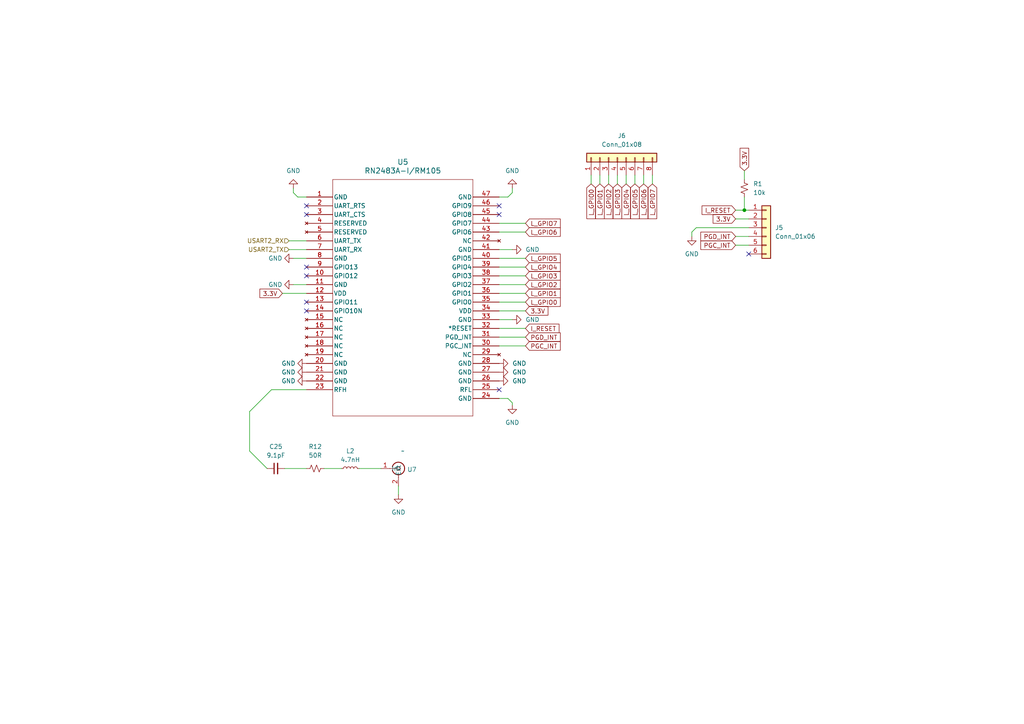
<source format=kicad_sch>
(kicad_sch (version 20230121) (generator eeschema)
  (paper "A4")
  (lib_symbols
    (symbol "Connector_Generic:Conn_01x06" (pin_names (offset 1.016) hide)
      (property "Reference" "J" (at 0 7.62 0))
      (property "Value" "Conn_01x06" (at 0 -10.16 0))
      (symbol "Conn_01x06_1_1"
        (rectangle (start -1.27 -7.493) (end 0 -7.747) (stroke (width 0.1524)))
        (rectangle (start -1.27 -4.953) (end 0 -5.207) (stroke (width 0.1524)))
        (rectangle (start -1.27 -2.413) (end 0 -2.667) (stroke (width 0.1524)))
        (rectangle (start -1.27 0.127) (end 0 -0.127) (stroke (width 0.1524)))
        (rectangle (start -1.27 2.667) (end 0 2.413) (stroke (width 0.1524)))
        (rectangle (start -1.27 5.207) (end 0 4.953) (stroke (width 0.1524)))
        (rectangle (start -1.27 6.35) (end 1.27 -8.89) (stroke (width 0.254)) (fill (type background)))
        (pin passive line (at -5.08 5.08 0) (length 3.81) (name "Pin_1") (number "1"))
        (pin passive line (at -5.08 2.54 0) (length 3.81) (name "Pin_2") (number "2"))
        (pin passive line (at -5.08 0 0) (length 3.81) (name "Pin_3") (number "3"))
        (pin passive line (at -5.08 -2.54 0) (length 3.81) (name "Pin_4") (number "4"))
        (pin passive line (at -5.08 -5.08 0) (length 3.81) (name "Pin_5") (number "5"))
        (pin passive line (at -5.08 -7.62 0) (length 3.81) (name "Pin_6") (number "6"))
      )
    )
    (symbol "Connector_Generic:Conn_01x08" (pin_names (offset 1.016) hide)
      (property "Reference" "J" (at 0 10.16 0))
      (property "Value" "Conn_01x08" (at 0 -12.7 0))
      (symbol "Conn_01x08_1_1"
        (rectangle (start -1.27 -10.033) (end 0 -10.287) (stroke (width 0.1524)))
        (rectangle (start -1.27 -7.493) (end 0 -7.747) (stroke (width 0.1524)))
        (rectangle (start -1.27 -4.953) (end 0 -5.207) (stroke (width 0.1524)))
        (rectangle (start -1.27 -2.413) (end 0 -2.667) (stroke (width 0.1524)))
        (rectangle (start -1.27 0.127) (end 0 -0.127) (stroke (width 0.1524)))
        (rectangle (start -1.27 2.667) (end 0 2.413) (stroke (width 0.1524)))
        (rectangle (start -1.27 5.207) (end 0 4.953) (stroke (width 0.1524)))
        (rectangle (start -1.27 7.747) (end 0 7.493) (stroke (width 0.1524)))
        (rectangle (start -1.27 8.89) (end 1.27 -11.43) (stroke (width 0.254)) (fill (type background)))
        (pin passive line (at -5.08 7.62 0) (length 3.81) (name "Pin_1") (number "1"))
        (pin passive line (at -5.08 5.08 0) (length 3.81) (name "Pin_2") (number "2"))
        (pin passive line (at -5.08 2.54 0) (length 3.81) (name "Pin_3") (number "3"))
        (pin passive line (at -5.08 0 0) (length 3.81) (name "Pin_4") (number "4"))
        (pin passive line (at -5.08 -2.54 0) (length 3.81) (name "Pin_5") (number "5"))
        (pin passive line (at -5.08 -5.08 0) (length 3.81) (name "Pin_6") (number "6"))
        (pin passive line (at -5.08 -7.62 0) (length 3.81) (name "Pin_7") (number "7"))
        (pin passive line (at -5.08 -10.16 0) (length 3.81) (name "Pin_8") (number "8"))
      )
    )
    (symbol "Device:C_Small" (pin_numbers hide) (pin_names (offset 0.254) hide)
      (property "Reference" "C" (at 0.254 1.778 0))
      (property "Value" "C_Small" (at 0.254 -2.032 0))
      (symbol "C_Small_0_1"
        (polyline (pts (xy -1.524 -0.508) (xy 1.524 -0.508)) (stroke (width 0.3302)))
        (polyline (pts (xy -1.524 0.508) (xy 1.524 0.508)) (stroke (width 0.3048)))
      )
      (symbol "C_Small_1_1"
        (pin passive line (at 0 2.54 270) (length 2.032) (name "~") (number "1"))
        (pin passive line (at 0 -2.54 90) (length 2.032) (name "~") (number "2"))
      )
    )
    (symbol "Device:L_Small" (pin_numbers hide) (pin_names (offset 0.254) hide)
      (property "Reference" "L" (at 0.762 1.016 0))
      (property "Value" "L_Small" (at 0.762 -1.016 0))
      (symbol "L_Small_0_1"
        (arc (start 0 -2.032) (mid 0.5058 -1.524) (end 0 -1.016))
        (arc (start 0 -1.016) (mid 0.5058 -0.508) (end 0 0))
        (arc (start 0 0) (mid 0.5058 0.508) (end 0 1.016))
        (arc (start 0 1.016) (mid 0.5058 1.524) (end 0 2.032))
      )
      (symbol "L_Small_1_1"
        (pin passive line (at 0 2.54 270) (length 0.508) (name "~") (number "1"))
        (pin passive line (at 0 -2.54 90) (length 0.508) (name "~") (number "2"))
      )
    )
    (symbol "Device:R_Small_US" (pin_numbers hide) (pin_names (offset 0.254) hide)
      (property "Reference" "R" (at 0.762 0.508 0))
      (property "Value" "R_Small_US" (at 0.762 -1.016 0))
      (symbol "R_Small_US_1_1"
        (polyline (pts (xy 0 0) (xy 1.016 -0.381) (xy 0 -0.762) (xy -1.016 -1.143) (xy 0 -1.524)))
        (polyline (pts (xy 0 1.524) (xy 1.016 1.143) (xy 0 0.762) (xy -1.016 0.381) (xy 0 0)))
        (pin passive line (at 0 2.54 270) (length 1.016) (name "~") (number "1"))
        (pin passive line (at 0 -2.54 90) (length 1.016) (name "~") (number "2"))
      )
    )
    (symbol "RN2483A-I/RM105:RN2483A-I_RM105" (pin_names (offset 0.254))
      (property "Reference" "U" (at 27.94 10.16 0))
      (property "Value" "RN2483A-I/RM105" (at 27.94 7.62 0))
      (symbol "RN2483A-I_RM105_0_1"
        (polyline (pts (xy 7.62 -63.5) (xy 48.26 -63.5)) (stroke (width 0.127)))
        (polyline (pts (xy 7.62 5.08) (xy 7.62 -63.5)) (stroke (width 0.127)))
        (polyline (pts (xy 48.26 -63.5) (xy 48.26 5.08)) (stroke (width 0.127)))
        (polyline (pts (xy 48.26 5.08) (xy 7.62 5.08)) (stroke (width 0.127)))
        (pin power_out line (at 0 0 0) (length 7.62) (name "GND") (number "1"))
        (pin bidirectional line (at 0 -22.86 0) (length 7.62) (name "GPIO12") (number "10"))
        (pin power_out line (at 0 -25.4 0) (length 7.62) (name "GND") (number "11"))
        (pin power_in line (at 0 -27.94 0) (length 7.62) (name "VDD") (number "12"))
        (pin bidirectional line (at 0 -30.48 0) (length 7.62) (name "GPIO11") (number "13"))
        (pin bidirectional line (at 0 -33.02 0) (length 7.62) (name "GPIO10N") (number "14"))
        (pin no_connect line (at 0 -35.56 0) (length 7.62) (name "NC") (number "15"))
        (pin no_connect line (at 0 -38.1 0) (length 7.62) (name "NC") (number "16"))
        (pin no_connect line (at 0 -40.64 0) (length 7.62) (name "NC") (number "17"))
        (pin no_connect line (at 0 -43.18 0) (length 7.62) (name "NC") (number "18"))
        (pin no_connect line (at 0 -45.72 0) (length 7.62) (name "NC") (number "19"))
        (pin output line (at 0 -2.54 0) (length 7.62) (name "UART_RTS") (number "2"))
        (pin power_out line (at 0 -48.26 0) (length 7.62) (name "GND") (number "20"))
        (pin power_out line (at 0 -50.8 0) (length 7.62) (name "GND") (number "21"))
        (pin power_out line (at 0 -53.34 0) (length 7.62) (name "GND") (number "22"))
        (pin unspecified line (at 0 -55.88 0) (length 7.62) (name "RFH") (number "23"))
        (pin power_out line (at 55.88 -58.42 180) (length 7.62) (name "GND") (number "24"))
        (pin unspecified line (at 55.88 -55.88 180) (length 7.62) (name "RFL") (number "25"))
        (pin power_out line (at 55.88 -53.34 180) (length 7.62) (name "GND") (number "26"))
        (pin power_out line (at 55.88 -50.8 180) (length 7.62) (name "GND") (number "27"))
        (pin power_out line (at 55.88 -48.26 180) (length 7.62) (name "GND") (number "28"))
        (pin no_connect line (at 55.88 -45.72 180) (length 7.62) (name "NC") (number "29"))
        (pin input line (at 0 -5.08 0) (length 7.62) (name "UART_CTS") (number "3"))
        (pin bidirectional line (at 55.88 -43.18 180) (length 7.62) (name "PGC_INT") (number "30"))
        (pin bidirectional line (at 55.88 -40.64 180) (length 7.62) (name "PGD_INT") (number "31"))
        (pin input line (at 55.88 -38.1 180) (length 7.62) (name "*RESET") (number "32"))
        (pin power_out line (at 55.88 -35.56 180) (length 7.62) (name "GND") (number "33"))
        (pin power_in line (at 55.88 -33.02 180) (length 7.62) (name "VDD") (number "34"))
        (pin bidirectional line (at 55.88 -30.48 180) (length 7.62) (name "GPIO0") (number "35"))
        (pin bidirectional line (at 55.88 -27.94 180) (length 7.62) (name "GPIO1") (number "36"))
        (pin bidirectional line (at 55.88 -25.4 180) (length 7.62) (name "GPIO2") (number "37"))
        (pin bidirectional line (at 55.88 -22.86 180) (length 7.62) (name "GPIO3") (number "38"))
        (pin bidirectional line (at 55.88 -20.32 180) (length 7.62) (name "GPIO4") (number "39"))
        (pin no_connect line (at 0 -7.62 0) (length 7.62) (name "RESERVED") (number "4"))
        (pin bidirectional line (at 55.88 -17.78 180) (length 7.62) (name "GPIO5") (number "40"))
        (pin power_out line (at 55.88 -15.24 180) (length 7.62) (name "GND") (number "41"))
        (pin no_connect line (at 55.88 -12.7 180) (length 7.62) (name "NC") (number "42"))
        (pin bidirectional line (at 55.88 -10.16 180) (length 7.62) (name "GPIO6") (number "43"))
        (pin bidirectional line (at 55.88 -7.62 180) (length 7.62) (name "GPIO7") (number "44"))
        (pin bidirectional line (at 55.88 -5.08 180) (length 7.62) (name "GPIO8") (number "45"))
        (pin bidirectional line (at 55.88 -2.54 180) (length 7.62) (name "GPIO9") (number "46"))
        (pin power_out line (at 55.88 0 180) (length 7.62) (name "GND") (number "47"))
        (pin no_connect line (at 0 -10.16 0) (length 7.62) (name "RESERVED") (number "5"))
        (pin output line (at 0 -12.7 0) (length 7.62) (name "UART_TX") (number "6"))
        (pin input line (at 0 -15.24 0) (length 7.62) (name "UART_RX") (number "7"))
        (pin power_out line (at 0 -17.78 0) (length 7.62) (name "GND") (number "8"))
        (pin bidirectional line (at 0 -20.32 0) (length 7.62) (name "GPIO13") (number "9"))
      )
    )
    (symbol "_F_Lib:CONSMA001-SMD_"
      (property "Reference" "U" (at 0 3.81 0))
      (symbol "CONSMA001-SMD__0_1"
        (arc (start -1.778 -0.508) (mid 0.2311 -1.8066) (end 1.778 0) (stroke (width 0.254)))
        (polyline (pts (xy -2.54 0) (xy -0.508 0)))
        (polyline (pts (xy 0 -2.54) (xy 0 -1.778)))
        (circle (center 0 0) (radius 0.508) (stroke (width 0.2032)))
        (arc (start 1.778 0) (mid 0.2099 1.8101) (end -1.778 0.508) (stroke (width 0.254)))
      )
      (symbol "CONSMA001-SMD__1_1"
        (pin passive line (at -5.08 0 0) (length 2.54) (name "In") (number "1"))
        (pin passive line (at 0 -5.08 90) (length 2.54) (name "Ext") (number "2"))
      )
    )
    (symbol "power:GND" (power) (pin_names (offset 0))
      (property "Value" "GND" (at 0 -3.81 0))
      (symbol "GND_0_1"
        (polyline (pts (xy 0 0) (xy 0 -1.27) (xy 1.27 -1.27) (xy 0 -2.54) (xy -1.27 -1.27) (xy 0 -1.27)))
      )
      (symbol "GND_1_1"
        (pin power_in line (at 0 0 270) (length 0) hide (name "GND") (number "1"))
      )
    )
  )
  (junction (at 215.9 60.96))
  (no_connect (at 144.78 59.69))
  (no_connect (at 88.9 87.63))
  (no_connect (at 144.78 113.03))
  (no_connect (at 88.9 77.47))
  (no_connect (at 88.9 90.17))
  (no_connect (at 88.9 59.69))
  (no_connect (at 144.78 62.23))
  (no_connect (at 217.17 73.66))
  (no_connect (at 88.9 80.01))
  (no_connect (at 88.9 62.23))
  (wire (pts (xy 213.36 60.96) (xy 215.9 60.96)))
  (wire (pts (xy 144.78 72.39) (xy 148.59 72.39)))
  (wire (pts (xy 81.915 85.09) (xy 88.9 85.09)))
  (wire (pts (xy 85.09 74.93) (xy 88.9 74.93)))
  (wire (pts (xy 86.36 57.15) (xy 88.9 57.15)))
  (wire (pts (xy 144.78 97.79) (xy 152.4 97.79)))
  (wire (pts (xy 189.23 50.8) (xy 189.23 53.34)))
  (wire (pts (xy 104.14 135.89) (xy 110.49 135.89)))
  (wire (pts (xy 72.39 130.81) (xy 77.47 135.89)))
  (wire (pts (xy 144.78 95.25) (xy 152.4 95.25)))
  (wire (pts (xy 176.53 50.8) (xy 176.53 53.34)))
  (wire (pts (xy 82.55 135.89) (xy 88.9 135.89)))
  (wire (pts (xy 144.78 115.57) (xy 147.32 115.57)))
  (wire (pts (xy 93.98 135.89) (xy 99.06 135.89)))
  (wire (pts (xy 173.99 50.8) (xy 173.99 53.34)))
  (wire (pts (xy 88.9 113.03) (xy 78.74 113.03)))
  (wire (pts (xy 85.09 54.61) (xy 85.09 55.88)))
  (wire (pts (xy 144.78 92.71) (xy 148.59 92.71)))
  (wire (pts (xy 147.32 57.15) (xy 148.59 55.88)))
  (wire (pts (xy 78.74 113.03) (xy 72.39 119.38)))
  (wire (pts (xy 179.07 50.8) (xy 179.07 53.34)))
  (wire (pts (xy 213.36 71.12) (xy 217.17 71.12)))
  (wire (pts (xy 86.36 57.15) (xy 85.09 55.88)))
  (wire (pts (xy 144.78 74.93) (xy 152.4 74.93)))
  (wire (pts (xy 144.78 57.15) (xy 147.32 57.15)))
  (wire (pts (xy 215.9 57.15) (xy 215.9 60.96)))
  (wire (pts (xy 144.78 85.09) (xy 152.4 85.09)))
  (wire (pts (xy 200.66 67.31) (xy 201.93 66.04)))
  (wire (pts (xy 186.69 50.8) (xy 186.69 53.34)))
  (wire (pts (xy 200.66 67.31) (xy 200.66 68.58)))
  (wire (pts (xy 213.36 63.5) (xy 217.17 63.5)))
  (wire (pts (xy 83.82 69.85) (xy 88.9 69.85)))
  (wire (pts (xy 115.57 140.97) (xy 115.57 143.51)))
  (wire (pts (xy 144.78 82.55) (xy 152.4 82.55)))
  (wire (pts (xy 72.39 119.38) (xy 72.39 130.81)))
  (wire (pts (xy 215.9 49.53) (xy 215.9 52.07)))
  (wire (pts (xy 147.32 115.57) (xy 148.59 116.84)))
  (wire (pts (xy 213.36 68.58) (xy 217.17 68.58)))
  (wire (pts (xy 144.78 100.33) (xy 152.4 100.33)))
  (wire (pts (xy 181.61 50.8) (xy 181.61 53.34)))
  (wire (pts (xy 171.45 50.8) (xy 171.45 53.34)))
  (wire (pts (xy 144.78 77.47) (xy 152.4 77.47)))
  (wire (pts (xy 85.09 82.55) (xy 88.9 82.55)))
  (wire (pts (xy 184.15 50.8) (xy 184.15 53.34)))
  (wire (pts (xy 144.78 64.77) (xy 152.4 64.77)))
  (wire (pts (xy 148.59 116.84) (xy 148.59 117.475)))
  (wire (pts (xy 215.9 60.96) (xy 217.17 60.96)))
  (wire (pts (xy 148.59 54.61) (xy 148.59 55.88)))
  (wire (pts (xy 144.78 90.17) (xy 152.4 90.17)))
  (wire (pts (xy 201.93 66.04) (xy 217.17 66.04)))
  (wire (pts (xy 83.82 72.39) (xy 88.9 72.39)))
  (wire (pts (xy 144.78 87.63) (xy 152.4 87.63)))
  (wire (pts (xy 144.78 80.01) (xy 152.4 80.01)))
  (wire (pts (xy 144.78 67.31) (xy 152.4 67.31)))
  (global_label "3.3V" (shape input) (at 152.4 90.17 0) (property "Intersheetrefs" "${INTERSHEET_REFS}" (effects hide)))
  (global_label "L_GPIO1" (shape input) (at 173.99 53.34 270) (property "Intersheetrefs" "${INTERSHEET_REFS}" (effects hide)))
  (global_label "3.3V" (shape input) (at 215.9 49.53 90) (property "Intersheetrefs" "${INTERSHEET_REFS}" (effects hide)))
  (global_label "3.3V" (shape input) (at 213.36 63.5 180) (property "Intersheetrefs" "${INTERSHEET_REFS}" (effects hide)))
  (global_label "L_GPIO3" (shape input) (at 179.07 53.34 270) (property "Intersheetrefs" "${INTERSHEET_REFS}" (effects hide)))
  (global_label "L_GPIO7" (shape input) (at 152.4 64.77 0) (property "Intersheetrefs" "${INTERSHEET_REFS}" (effects hide)))
  (global_label "L_GPIO4" (shape input) (at 152.4 77.47 0) (property "Intersheetrefs" "${INTERSHEET_REFS}" (effects hide)))
  (global_label "L_GPIO6" (shape input) (at 186.69 53.34 270) (property "Intersheetrefs" "${INTERSHEET_REFS}" (effects hide)))
  (global_label "L_GPIO0" (shape input) (at 171.45 53.34 270) (property "Intersheetrefs" "${INTERSHEET_REFS}" (effects hide)))
  (global_label "L_GPIO6" (shape input) (at 152.4 67.31 0) (property "Intersheetrefs" "${INTERSHEET_REFS}" (effects hide)))
  (global_label "PGD_INT" (shape input) (at 152.4 97.79 0) (property "Intersheetrefs" "${INTERSHEET_REFS}" (effects hide)))
  (global_label "PGD_INT" (shape input) (at 213.36 68.58 180) (property "Intersheetrefs" "${INTERSHEET_REFS}" (effects hide)))
  (global_label "L_GPIO5" (shape input) (at 184.15 53.34 270) (property "Intersheetrefs" "${INTERSHEET_REFS}" (effects hide)))
  (global_label "PGC_INT" (shape input) (at 152.4 100.33 0) (property "Intersheetrefs" "${INTERSHEET_REFS}" (effects hide)))
  (global_label "PGC_INT" (shape input) (at 213.36 71.12 180) (property "Intersheetrefs" "${INTERSHEET_REFS}" (effects hide)))
  (global_label "L_GPIO0" (shape input) (at 152.4 87.63 0) (property "Intersheetrefs" "${INTERSHEET_REFS}" (effects hide)))
  (global_label "L_GPIO7" (shape input) (at 189.23 53.34 270) (property "Intersheetrefs" "${INTERSHEET_REFS}" (effects hide)))
  (global_label "I_RESET" (shape input) (at 152.4 95.25 0) (property "Intersheetrefs" "${INTERSHEET_REFS}" (effects hide)))
  (global_label "L_GPIO1" (shape input) (at 152.4 85.09 0) (property "Intersheetrefs" "${INTERSHEET_REFS}" (effects hide)))
  (global_label "L_GPIO5" (shape input) (at 152.4 74.93 0) (property "Intersheetrefs" "${INTERSHEET_REFS}" (effects hide)))
  (global_label "L_GPIO2" (shape input) (at 176.53 53.34 270) (property "Intersheetrefs" "${INTERSHEET_REFS}" (effects hide)))
  (global_label "3.3V" (shape input) (at 81.915 85.09 180) (property "Intersheetrefs" "${INTERSHEET_REFS}" (effects hide)))
  (global_label "L_GPIO4" (shape input) (at 181.61 53.34 270) (property "Intersheetrefs" "${INTERSHEET_REFS}" (effects hide)))
  (global_label "L_GPIO3" (shape input) (at 152.4 80.01 0) (property "Intersheetrefs" "${INTERSHEET_REFS}" (effects hide)))
  (global_label "I_RESET" (shape input) (at 213.36 60.96 180) (property "Intersheetrefs" "${INTERSHEET_REFS}" (effects hide)))
  (global_label "L_GPIO2" (shape input) (at 152.4 82.55 0) (property "Intersheetrefs" "${INTERSHEET_REFS}" (effects hide)))
  (hierarchical_label "USART2_RX" (shape input) (at 83.82 69.85 180))
  (hierarchical_label "USART2_TX" (shape input) (at 83.82 72.39 180))
  (symbol (lib_id "Device:R_Small_US") (at 91.44 135.89 90) (unit 1)
    (property "Reference" "R12" (at 91.44 129.54 90))
    (property "Value" "50R" (at 91.44 132.08 90))
    (property "Footprint" "Resistor_SMD:R_0603_1608Metric_Pad0.98x0.95mm_HandSolder" (effects hide))
  )
  (symbol (lib_id "_F_Lib:CONSMA001-SMD_") (at 115.57 135.89 0) (unit 1)
    (property "Reference" "U7" (at 118.11 136.1832 0) (effects (justify left)))
    (property "Value" "~" (at 116.84 130.81 0))
    (property "Footprint" "_F_Library:LINX_CONSMA001-SMD" (effects hide))
  )
  (symbol (lib_id "power:GND") (at 148.59 72.39 90) (unit 1)
    (property "Reference" "#PWR025" (effects hide))
    (property "Value" "GND" (at 152.4 72.39 90) (effects (justify right)))
  )
  (symbol (lib_id "power:GND") (at 85.09 74.93 270) (unit 1)
    (property "Reference" "#PWR030" (effects hide))
    (property "Value" "GND" (at 81.915 74.93 90) (effects (justify right)))
  )
  (symbol (lib_id "power:GND") (at 148.59 117.475 0) (unit 1)
    (property "Reference" "#PWR027" (effects hide))
    (property "Value" "GND" (at 148.59 122.555 0))
  )
  (symbol (lib_id "Device:L_Small") (at 101.6 135.89 90) (unit 1)
    (property "Reference" "L2" (at 101.6 130.81 90))
    (property "Value" "4.7nH" (at 101.6 133.35 90))
    (property "Footprint" "Inductor_SMD:L_0603_1608Metric_Pad1.05x0.95mm_HandSolder" (effects hide))
  )
  (symbol (lib_id "Connector_Generic:Conn_01x08") (at 179.07 45.72 90) (unit 1)
    (property "Reference" "J6" (at 180.34 39.37 90))
    (property "Value" "Conn_01x08" (at 180.34 41.91 90))
    (property "Footprint" "Connector_PinHeader_1.27mm:PinHeader_1x08_P1.27mm_Vertical" (effects hide))
  )
  (symbol (lib_id "power:GND") (at 200.66 68.58 0) (unit 1)
    (property "Reference" "#PWR032" (effects hide))
    (property "Value" "GND" (at 200.66 73.66 0))
  )
  (symbol (lib_id "power:GND") (at 85.09 54.61 180) (unit 1)
    (property "Reference" "#PWR031" (effects hide))
    (property "Value" "GND" (at 85.09 49.53 0))
  )
  (symbol (lib_id "Device:R_Small_US") (at 215.9 54.61 0) (unit 1)
    (property "Reference" "R1" (at 218.44 53.34 0) (effects (justify left)))
    (property "Value" "10k" (at 218.44 55.88 0) (effects (justify left)))
    (property "Footprint" "Resistor_SMD:R_0603_1608Metric_Pad0.98x0.95mm_HandSolder" (effects hide))
    (instances (project "LoRa_MuPr-VAF4751" (path "" (reference "R1") (unit 1)) (path "" (reference "R21") (unit 1))))
  )
  (symbol (lib_id "power:GND") (at 88.9 105.41 270) (unit 1)
    (property "Reference" "#PWR028" (effects hide))
    (property "Value" "GND" (at 85.725 105.41 90) (effects (justify right)))
  )
  (symbol (lib_id "power:GND") (at 144.78 107.95 90) (unit 1)
    (property "Reference" "#PWR035" (effects hide))
    (property "Value" "GND" (at 148.59 107.95 90) (effects (justify right)))
  )
  (symbol (lib_id "power:GND") (at 88.9 107.95 270) (unit 1)
    (property "Reference" "#PWR037" (effects hide))
    (property "Value" "GND" (at 85.725 107.95 90) (effects (justify right)))
  )
  (symbol (lib_id "power:GND") (at 115.57 143.51 0) (unit 1)
    (property "Reference" "#PWR033" (effects hide))
    (property "Value" "GND" (at 115.57 148.59 0))
  )
  (symbol (lib_id "power:GND") (at 148.59 54.61 180) (unit 1)
    (property "Reference" "#PWR026" (effects hide))
    (property "Value" "GND" (at 148.59 49.53 0))
  )
  (symbol (lib_id "Device:C_Small") (at 80.01 135.89 90) (unit 1)
    (property "Reference" "C25" (at 80.0163 129.54 90))
    (property "Value" "9.1pF" (at 80.0163 132.08 90))
    (property "Footprint" "Capacitor_SMD:C_0603_1608Metric_Pad1.08x0.95mm_HandSolder" (effects hide))
  )
  (symbol (lib_id "power:GND") (at 144.78 110.49 90) (unit 1)
    (property "Reference" "#PWR036" (effects hide))
    (property "Value" "GND" (at 148.59 110.49 90) (effects (justify right)))
  )
  (symbol (lib_id "power:GND") (at 85.09 82.55 270) (unit 1)
    (property "Reference" "#PWR029" (effects hide))
    (property "Value" "GND" (at 81.915 82.55 90) (effects (justify right)))
  )
  (symbol (lib_id "RN2483A-I/RM105:RN2483A-I_RM105") (at 88.9 57.15 0) (unit 1)
    (property "Reference" "U5" (at 116.84 46.99 0) (effects (font (size 1.524 1.524))))
    (property "Value" "RN2483A-I/RM105" (at 116.84 49.53 0) (effects (font (size 1.524 1.524))))
    (property "Footprint" "user_footprint:MICROCHIP_RN2483" (effects hide))
    (property "Datasheet" "RN2483A-I/RM105" (effects hide))
  )
  (symbol (lib_id "power:GND") (at 144.78 105.41 90) (unit 1)
    (property "Reference" "#PWR023" (effects hide))
    (property "Value" "GND" (at 148.59 105.41 90) (effects (justify right)))
  )
  (symbol (lib_id "power:GND") (at 88.9 110.49 270) (unit 1)
    (property "Reference" "#PWR038" (effects hide))
    (property "Value" "GND" (at 85.725 110.49 90) (effects (justify right)))
  )
  (symbol (lib_id "power:GND") (at 148.59 92.71 90) (unit 1)
    (property "Reference" "#PWR024" (effects hide))
    (property "Value" "GND" (at 152.4 92.71 90) (effects (justify right)))
  )
  (symbol (lib_id "Connector_Generic:Conn_01x06") (at 222.25 66.04 0) (unit 1)
    (property "Reference" "J5" (at 224.79 66.04 0) (effects (justify left)))
    (property "Value" "Conn_01x06" (at 224.79 68.58 0) (effects (justify left)))
    (property "Footprint" "Connector_PinHeader_2.00mm:PinHeader_1x06_P2.00mm_Vertical" (effects hide))
  )
)
</source>
